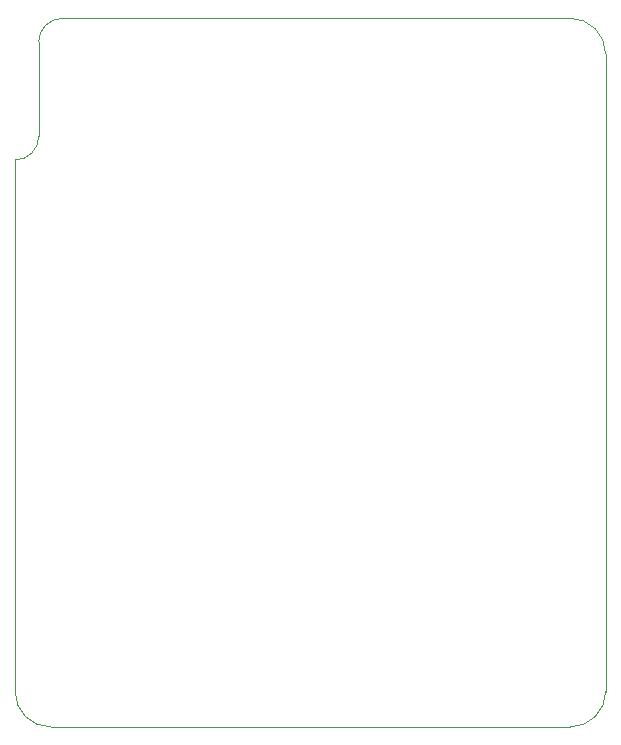
<source format=gbr>
%TF.GenerationSoftware,KiCad,Pcbnew,9.0.6*%
%TF.CreationDate,2026-01-11T11:48:49+09:00*%
%TF.ProjectId,MH01952024221Z2_1Mbit_mask-rom_adaptor,4d483031-3935-4323-9032-343232315a32,rev?*%
%TF.SameCoordinates,Original*%
%TF.FileFunction,Profile,NP*%
%FSLAX46Y46*%
G04 Gerber Fmt 4.6, Leading zero omitted, Abs format (unit mm)*
G04 Created by KiCad (PCBNEW 9.0.6) date 2026-01-11 11:48:49*
%MOMM*%
%LPD*%
G01*
G04 APERTURE LIST*
%TA.AperFunction,Profile*%
%ADD10C,0.050000*%
%TD*%
G04 APERTURE END LIST*
D10*
X93000000Y-110000000D02*
X137000000Y-110000000D01*
X92000000Y-52000000D02*
X92000000Y-60000000D01*
X92000000Y-60000000D02*
G75*
G02*
X90000000Y-62000000I-2000000J0D01*
G01*
X92000000Y-52000000D02*
G75*
G02*
X94000000Y-50000000I2000000J0D01*
G01*
X93000000Y-110000000D02*
G75*
G02*
X90000000Y-107000000I0J3000000D01*
G01*
X140000000Y-107000000D02*
G75*
G02*
X137000000Y-110000000I-3000000J0D01*
G01*
X90000000Y-62000000D02*
X90000000Y-107000000D01*
X137000000Y-50000000D02*
X94000000Y-50000000D01*
X137000000Y-50000000D02*
G75*
G02*
X140000000Y-53000000I0J-3000000D01*
G01*
X140000000Y-107000000D02*
X140000000Y-53000000D01*
M02*

</source>
